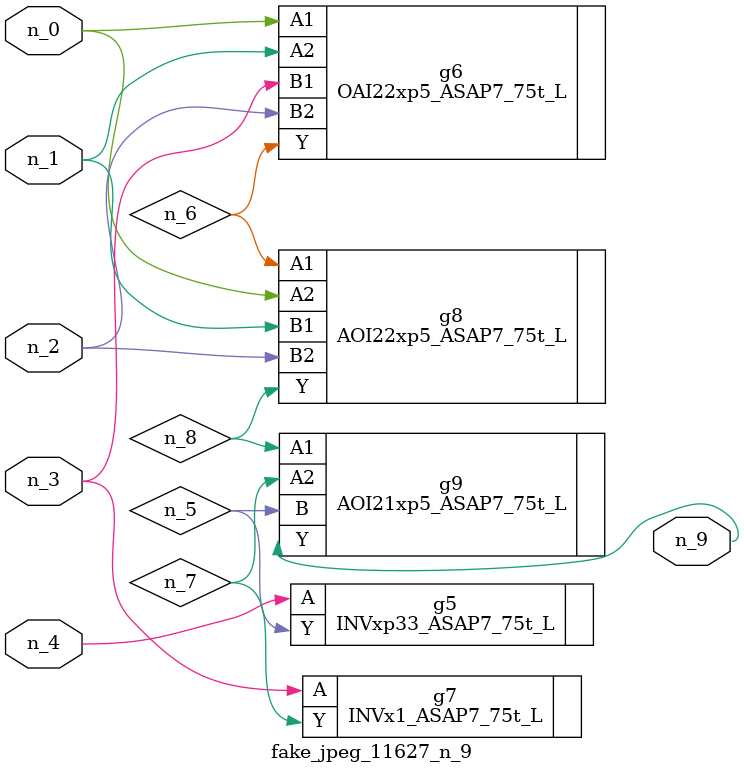
<source format=v>
module fake_jpeg_11627_n_9 (n_3, n_2, n_1, n_0, n_4, n_9);

input n_3;
input n_2;
input n_1;
input n_0;
input n_4;

output n_9;

wire n_8;
wire n_6;
wire n_5;
wire n_7;

INVxp33_ASAP7_75t_L g5 ( 
.A(n_4),
.Y(n_5)
);

OAI22xp5_ASAP7_75t_L g6 ( 
.A1(n_0),
.A2(n_1),
.B1(n_3),
.B2(n_2),
.Y(n_6)
);

INVx1_ASAP7_75t_L g7 ( 
.A(n_3),
.Y(n_7)
);

AOI22xp5_ASAP7_75t_L g8 ( 
.A1(n_6),
.A2(n_0),
.B1(n_1),
.B2(n_2),
.Y(n_8)
);

AOI21xp5_ASAP7_75t_L g9 ( 
.A1(n_8),
.A2(n_7),
.B(n_5),
.Y(n_9)
);


endmodule
</source>
